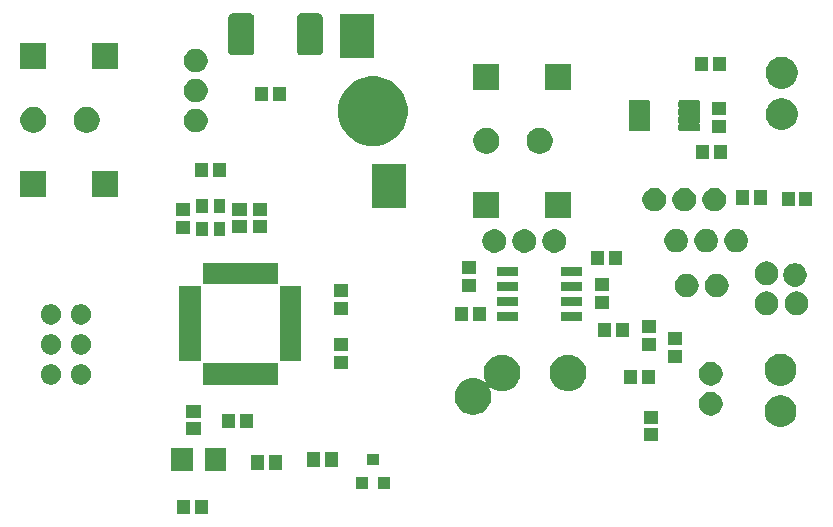
<source format=gts>
G04 #@! TF.GenerationSoftware,KiCad,Pcbnew,5.1.5-52549c5~86~ubuntu18.04.1*
G04 #@! TF.CreationDate,2020-09-23T21:30:46-07:00*
G04 #@! TF.ProjectId,heat2sound_rx_and_tx_rev02,68656174-3273-46f7-956e-645f72785f61,rev?*
G04 #@! TF.SameCoordinates,Original*
G04 #@! TF.FileFunction,Soldermask,Top*
G04 #@! TF.FilePolarity,Negative*
%FSLAX46Y46*%
G04 Gerber Fmt 4.6, Leading zero omitted, Abs format (unit mm)*
G04 Created by KiCad (PCBNEW 5.1.5-52549c5~86~ubuntu18.04.1) date 2020-09-23 21:30:46*
%MOMM*%
%LPD*%
G04 APERTURE LIST*
%ADD10C,0.100000*%
G04 APERTURE END LIST*
D10*
G36*
X96051420Y-141850380D02*
G01*
X94952260Y-141850380D01*
X94952260Y-140649620D01*
X96051420Y-140649620D01*
X96051420Y-141850380D01*
G37*
G36*
X94547740Y-141850380D02*
G01*
X93448580Y-141850380D01*
X93448580Y-140649620D01*
X94547740Y-140649620D01*
X94547740Y-141850380D01*
G37*
G36*
X111450050Y-139750050D02*
G01*
X110449950Y-139750050D01*
X110449950Y-138749950D01*
X111450050Y-138749950D01*
X111450050Y-139750050D01*
G37*
G36*
X109550050Y-139750050D02*
G01*
X108549950Y-139750050D01*
X108549950Y-138749950D01*
X109550050Y-138749950D01*
X109550050Y-139750050D01*
G37*
G36*
X97568690Y-138250430D02*
G01*
X95771030Y-138250430D01*
X95771030Y-136249570D01*
X97568690Y-136249570D01*
X97568690Y-138250430D01*
G37*
G36*
X94728970Y-138250430D02*
G01*
X92931310Y-138250430D01*
X92931310Y-136249570D01*
X94728970Y-136249570D01*
X94728970Y-138250430D01*
G37*
G36*
X102301420Y-138100380D02*
G01*
X101202260Y-138100380D01*
X101202260Y-136899620D01*
X102301420Y-136899620D01*
X102301420Y-138100380D01*
G37*
G36*
X100797740Y-138100380D02*
G01*
X99698580Y-138100380D01*
X99698580Y-136899620D01*
X100797740Y-136899620D01*
X100797740Y-138100380D01*
G37*
G36*
X107051420Y-137850380D02*
G01*
X105952260Y-137850380D01*
X105952260Y-136649620D01*
X107051420Y-136649620D01*
X107051420Y-137850380D01*
G37*
G36*
X105548160Y-137850000D02*
G01*
X104448160Y-137850000D01*
X104448160Y-136650000D01*
X105548160Y-136650000D01*
X105548160Y-137850000D01*
G37*
G36*
X110500050Y-137750050D02*
G01*
X109499950Y-137750050D01*
X109499950Y-136749950D01*
X110500050Y-136749950D01*
X110500050Y-137750050D01*
G37*
G36*
X134130380Y-135719580D02*
G01*
X132929620Y-135719580D01*
X132929620Y-134620420D01*
X134130380Y-134620420D01*
X134130380Y-135719580D01*
G37*
G36*
X95400380Y-135201420D02*
G01*
X94199620Y-135201420D01*
X94199620Y-134102260D01*
X95400380Y-134102260D01*
X95400380Y-135201420D01*
G37*
G36*
X99801420Y-134600380D02*
G01*
X98702260Y-134600380D01*
X98702260Y-133399620D01*
X99801420Y-133399620D01*
X99801420Y-134600380D01*
G37*
G36*
X98298160Y-134600000D02*
G01*
X97198160Y-134600000D01*
X97198160Y-133400000D01*
X98298160Y-133400000D01*
X98298160Y-134600000D01*
G37*
G36*
X144893779Y-131851939D02*
G01*
X145139463Y-131953705D01*
X145139465Y-131953706D01*
X145360575Y-132101447D01*
X145548613Y-132289485D01*
X145643616Y-132431667D01*
X145696355Y-132510597D01*
X145798121Y-132756281D01*
X145850000Y-133017095D01*
X145850000Y-133283025D01*
X145798121Y-133543839D01*
X145734199Y-133698160D01*
X145696354Y-133789525D01*
X145548613Y-134010635D01*
X145360575Y-134198673D01*
X145139465Y-134346414D01*
X145139464Y-134346415D01*
X145139463Y-134346415D01*
X144893779Y-134448181D01*
X144632965Y-134500060D01*
X144367035Y-134500060D01*
X144106221Y-134448181D01*
X143860537Y-134346415D01*
X143860536Y-134346415D01*
X143860535Y-134346414D01*
X143639425Y-134198673D01*
X143451387Y-134010635D01*
X143303646Y-133789525D01*
X143265801Y-133698160D01*
X143201879Y-133543839D01*
X143150000Y-133283025D01*
X143150000Y-133017095D01*
X143201879Y-132756281D01*
X143303645Y-132510597D01*
X143356384Y-132431667D01*
X143451387Y-132289485D01*
X143639425Y-132101447D01*
X143860535Y-131953706D01*
X143860537Y-131953705D01*
X144106221Y-131851939D01*
X144367035Y-131800060D01*
X144632965Y-131800060D01*
X144893779Y-131851939D01*
G37*
G36*
X134130000Y-134216320D02*
G01*
X132930000Y-134216320D01*
X132930000Y-133116320D01*
X134130000Y-133116320D01*
X134130000Y-134216320D01*
G37*
G36*
X95400000Y-133698160D02*
G01*
X94200000Y-133698160D01*
X94200000Y-132598160D01*
X95400000Y-132598160D01*
X95400000Y-133698160D01*
G37*
G36*
X138795090Y-131549375D02*
G01*
X138891689Y-131568589D01*
X139073678Y-131643971D01*
X139237463Y-131753409D01*
X139376751Y-131892697D01*
X139486189Y-132056482D01*
X139561571Y-132238471D01*
X139580786Y-132335070D01*
X139600000Y-132431667D01*
X139600000Y-132628653D01*
X139596907Y-132644200D01*
X139561571Y-132821849D01*
X139486189Y-133003838D01*
X139376751Y-133167623D01*
X139237463Y-133306911D01*
X139073678Y-133416349D01*
X138891689Y-133491731D01*
X138795090Y-133510945D01*
X138698493Y-133530160D01*
X138501507Y-133530160D01*
X138404910Y-133510945D01*
X138308311Y-133491731D01*
X138126322Y-133416349D01*
X137962537Y-133306911D01*
X137823249Y-133167623D01*
X137713811Y-133003838D01*
X137638429Y-132821849D01*
X137603093Y-132644200D01*
X137600000Y-132628653D01*
X137600000Y-132431667D01*
X137619214Y-132335070D01*
X137638429Y-132238471D01*
X137713811Y-132056482D01*
X137823249Y-131892697D01*
X137962537Y-131753409D01*
X138126322Y-131643971D01*
X138308311Y-131568589D01*
X138404910Y-131549375D01*
X138501507Y-131530160D01*
X138698493Y-131530160D01*
X138795090Y-131549375D01*
G37*
G36*
X121222390Y-128389782D02*
G01*
X121372118Y-128419565D01*
X121454249Y-128453585D01*
X121654199Y-128536407D01*
X121654200Y-128536408D01*
X121908068Y-128706036D01*
X122123964Y-128921932D01*
X122123965Y-128921934D01*
X122293593Y-129175801D01*
X122326879Y-129256161D01*
X122410435Y-129457882D01*
X122422189Y-129516975D01*
X122445008Y-129631691D01*
X122470000Y-129757338D01*
X122470000Y-130062662D01*
X122410435Y-130362118D01*
X122374733Y-130448309D01*
X122293593Y-130644199D01*
X122252275Y-130706036D01*
X122123964Y-130898068D01*
X121908068Y-131113964D01*
X121815523Y-131175800D01*
X121654199Y-131283593D01*
X121488960Y-131352037D01*
X121372118Y-131400435D01*
X121222390Y-131430218D01*
X121072663Y-131460000D01*
X120767337Y-131460000D01*
X120617610Y-131430218D01*
X120467882Y-131400435D01*
X120351040Y-131352037D01*
X120185801Y-131283593D01*
X120024477Y-131175800D01*
X119931932Y-131113964D01*
X119900145Y-131082177D01*
X119892574Y-131075964D01*
X119883930Y-131071344D01*
X119874550Y-131068499D01*
X119864796Y-131067538D01*
X119855042Y-131068499D01*
X119845662Y-131071344D01*
X119837018Y-131075964D01*
X119829441Y-131082182D01*
X119823223Y-131089759D01*
X119818603Y-131098403D01*
X119815758Y-131107783D01*
X119814797Y-131117537D01*
X119815758Y-131127291D01*
X119818603Y-131136671D01*
X119823223Y-131145315D01*
X119843593Y-131175801D01*
X119888241Y-131283592D01*
X119936640Y-131400435D01*
X119960435Y-131457883D01*
X120020000Y-131757337D01*
X120020000Y-132062663D01*
X120012285Y-132101447D01*
X119960435Y-132362118D01*
X119931626Y-132431669D01*
X119843593Y-132644199D01*
X119843592Y-132644200D01*
X119673964Y-132898068D01*
X119458068Y-133113964D01*
X119377764Y-133167621D01*
X119204199Y-133283593D01*
X119038960Y-133352037D01*
X118922118Y-133400435D01*
X118842112Y-133416349D01*
X118622663Y-133460000D01*
X118317337Y-133460000D01*
X118097888Y-133416349D01*
X118017882Y-133400435D01*
X117901040Y-133352037D01*
X117735801Y-133283593D01*
X117562236Y-133167621D01*
X117481932Y-133113964D01*
X117266036Y-132898068D01*
X117096408Y-132644200D01*
X117096407Y-132644199D01*
X117008374Y-132431669D01*
X116979565Y-132362118D01*
X116927715Y-132101447D01*
X116920000Y-132062663D01*
X116920000Y-131757337D01*
X116979565Y-131457883D01*
X117003361Y-131400435D01*
X117051759Y-131283592D01*
X117096407Y-131175801D01*
X117246125Y-130951731D01*
X117266036Y-130921932D01*
X117481932Y-130706036D01*
X117656352Y-130589493D01*
X117735801Y-130536407D01*
X117948486Y-130448310D01*
X118017882Y-130419565D01*
X118167610Y-130389782D01*
X118317337Y-130360000D01*
X118622663Y-130360000D01*
X118772390Y-130389782D01*
X118922118Y-130419565D01*
X118991514Y-130448310D01*
X119204199Y-130536407D01*
X119283648Y-130589493D01*
X119458068Y-130706036D01*
X119489855Y-130737823D01*
X119497426Y-130744036D01*
X119506070Y-130748656D01*
X119515450Y-130751501D01*
X119525204Y-130752462D01*
X119534958Y-130751501D01*
X119544338Y-130748656D01*
X119552982Y-130744036D01*
X119560559Y-130737818D01*
X119566777Y-130730241D01*
X119571397Y-130721597D01*
X119574242Y-130712217D01*
X119575203Y-130702463D01*
X119574242Y-130692709D01*
X119571397Y-130683329D01*
X119566777Y-130674685D01*
X119546407Y-130644199D01*
X119465267Y-130448309D01*
X119429565Y-130362118D01*
X119370000Y-130062662D01*
X119370000Y-129757338D01*
X119394993Y-129631691D01*
X119417811Y-129516975D01*
X119429565Y-129457882D01*
X119513121Y-129256161D01*
X119546407Y-129175801D01*
X119716035Y-128921934D01*
X119716036Y-128921932D01*
X119931932Y-128706036D01*
X120185800Y-128536408D01*
X120185801Y-128536407D01*
X120385751Y-128453585D01*
X120467882Y-128419565D01*
X120617610Y-128389782D01*
X120767337Y-128360000D01*
X121072663Y-128360000D01*
X121222390Y-128389782D01*
G37*
G36*
X126822390Y-128389782D02*
G01*
X126972118Y-128419565D01*
X127054249Y-128453585D01*
X127254199Y-128536407D01*
X127254200Y-128536408D01*
X127508068Y-128706036D01*
X127723964Y-128921932D01*
X127723965Y-128921934D01*
X127893593Y-129175801D01*
X127926879Y-129256161D01*
X128010435Y-129457882D01*
X128022189Y-129516975D01*
X128045008Y-129631691D01*
X128070000Y-129757338D01*
X128070000Y-130062662D01*
X128010435Y-130362118D01*
X127974733Y-130448309D01*
X127893593Y-130644199D01*
X127852275Y-130706036D01*
X127723964Y-130898068D01*
X127508068Y-131113964D01*
X127415523Y-131175800D01*
X127254199Y-131283593D01*
X127088960Y-131352037D01*
X126972118Y-131400435D01*
X126822390Y-131430218D01*
X126672663Y-131460000D01*
X126367337Y-131460000D01*
X126217610Y-131430218D01*
X126067882Y-131400435D01*
X125951040Y-131352037D01*
X125785801Y-131283593D01*
X125624477Y-131175800D01*
X125531932Y-131113964D01*
X125316036Y-130898068D01*
X125187725Y-130706036D01*
X125146407Y-130644199D01*
X125065267Y-130448309D01*
X125029565Y-130362118D01*
X124970000Y-130062662D01*
X124970000Y-129757338D01*
X124994993Y-129631691D01*
X125017811Y-129516975D01*
X125029565Y-129457882D01*
X125113121Y-129256161D01*
X125146407Y-129175801D01*
X125316035Y-128921934D01*
X125316036Y-128921932D01*
X125531932Y-128706036D01*
X125785800Y-128536408D01*
X125785801Y-128536407D01*
X125985751Y-128453585D01*
X126067882Y-128419565D01*
X126217610Y-128389782D01*
X126367337Y-128360000D01*
X126672663Y-128360000D01*
X126822390Y-128389782D01*
G37*
G36*
X144893779Y-128351819D02*
G01*
X145139463Y-128453585D01*
X145139465Y-128453586D01*
X145360575Y-128601327D01*
X145548613Y-128789365D01*
X145639241Y-128925000D01*
X145696355Y-129010477D01*
X145798121Y-129256161D01*
X145850000Y-129516975D01*
X145850000Y-129782905D01*
X145798121Y-130043719D01*
X145764494Y-130124901D01*
X145696354Y-130289405D01*
X145548613Y-130510515D01*
X145360575Y-130698553D01*
X145139465Y-130846294D01*
X145139464Y-130846295D01*
X145139463Y-130846295D01*
X144893779Y-130948061D01*
X144632965Y-130999940D01*
X144367035Y-130999940D01*
X144106221Y-130948061D01*
X143860537Y-130846295D01*
X143860536Y-130846295D01*
X143860535Y-130846294D01*
X143639425Y-130698553D01*
X143451387Y-130510515D01*
X143303646Y-130289405D01*
X143235506Y-130124901D01*
X143201879Y-130043719D01*
X143150000Y-129782905D01*
X143150000Y-129516975D01*
X143201879Y-129256161D01*
X143303645Y-129010477D01*
X143360759Y-128925000D01*
X143451387Y-128789365D01*
X143639425Y-128601327D01*
X143860535Y-128453586D01*
X143860537Y-128453585D01*
X144106221Y-128351819D01*
X144367035Y-128299940D01*
X144632965Y-128299940D01*
X144893779Y-128351819D01*
G37*
G36*
X138795090Y-129009374D02*
G01*
X138891689Y-129028589D01*
X139073678Y-129103971D01*
X139237463Y-129213409D01*
X139376751Y-129352697D01*
X139486189Y-129516482D01*
X139561571Y-129698471D01*
X139600000Y-129891669D01*
X139600000Y-130088651D01*
X139561571Y-130281849D01*
X139486189Y-130463838D01*
X139376751Y-130627623D01*
X139237463Y-130766911D01*
X139073678Y-130876349D01*
X138891689Y-130951731D01*
X138795090Y-130970945D01*
X138698493Y-130990160D01*
X138501507Y-130990160D01*
X138404910Y-130970945D01*
X138308311Y-130951731D01*
X138126322Y-130876349D01*
X137962537Y-130766911D01*
X137823249Y-130627623D01*
X137713811Y-130463838D01*
X137638429Y-130281849D01*
X137600000Y-130088651D01*
X137600000Y-129891669D01*
X137638429Y-129698471D01*
X137713811Y-129516482D01*
X137823249Y-129352697D01*
X137962537Y-129213409D01*
X138126322Y-129103971D01*
X138308311Y-129028589D01*
X138404910Y-129009374D01*
X138501507Y-128990160D01*
X138698493Y-128990160D01*
X138795090Y-129009374D01*
G37*
G36*
X85521434Y-129211125D02*
G01*
X85521437Y-129211126D01*
X85521436Y-129211126D01*
X85678310Y-129276105D01*
X85772645Y-129339138D01*
X85819492Y-129370440D01*
X85939560Y-129490508D01*
X85957246Y-129516977D01*
X86033895Y-129631690D01*
X86061556Y-129698471D01*
X86098875Y-129788566D01*
X86132000Y-129955099D01*
X86132000Y-130124901D01*
X86098875Y-130291434D01*
X86098874Y-130291436D01*
X86033895Y-130448310D01*
X85975030Y-130536407D01*
X85939560Y-130589492D01*
X85819492Y-130709560D01*
X85777201Y-130737818D01*
X85678310Y-130803895D01*
X85575949Y-130846294D01*
X85521434Y-130868875D01*
X85354901Y-130902000D01*
X85185099Y-130902000D01*
X85018566Y-130868875D01*
X84964051Y-130846294D01*
X84861690Y-130803895D01*
X84762799Y-130737818D01*
X84720508Y-130709560D01*
X84600440Y-130589492D01*
X84564970Y-130536407D01*
X84506105Y-130448310D01*
X84441126Y-130291436D01*
X84441125Y-130291434D01*
X84408000Y-130124901D01*
X84408000Y-129955099D01*
X84441125Y-129788566D01*
X84478444Y-129698471D01*
X84506105Y-129631690D01*
X84582754Y-129516977D01*
X84600440Y-129490508D01*
X84720508Y-129370440D01*
X84767355Y-129339138D01*
X84861690Y-129276105D01*
X85018564Y-129211126D01*
X85018563Y-129211126D01*
X85018566Y-129211125D01*
X85185099Y-129178000D01*
X85354901Y-129178000D01*
X85521434Y-129211125D01*
G37*
G36*
X82981434Y-129211125D02*
G01*
X82981437Y-129211126D01*
X82981436Y-129211126D01*
X83138310Y-129276105D01*
X83232645Y-129339138D01*
X83279492Y-129370440D01*
X83399560Y-129490508D01*
X83417246Y-129516977D01*
X83493895Y-129631690D01*
X83521556Y-129698471D01*
X83558875Y-129788566D01*
X83592000Y-129955099D01*
X83592000Y-130124901D01*
X83558875Y-130291434D01*
X83558874Y-130291436D01*
X83493895Y-130448310D01*
X83435030Y-130536407D01*
X83399560Y-130589492D01*
X83279492Y-130709560D01*
X83237201Y-130737818D01*
X83138310Y-130803895D01*
X83035949Y-130846294D01*
X82981434Y-130868875D01*
X82814901Y-130902000D01*
X82645099Y-130902000D01*
X82478566Y-130868875D01*
X82424051Y-130846294D01*
X82321690Y-130803895D01*
X82222799Y-130737818D01*
X82180508Y-130709560D01*
X82060440Y-130589492D01*
X82024970Y-130536407D01*
X81966105Y-130448310D01*
X81901126Y-130291436D01*
X81901125Y-130291434D01*
X81868000Y-130124901D01*
X81868000Y-129955099D01*
X81901125Y-129788566D01*
X81938444Y-129698471D01*
X81966105Y-129631690D01*
X82042754Y-129516977D01*
X82060440Y-129490508D01*
X82180508Y-129370440D01*
X82227355Y-129339138D01*
X82321690Y-129276105D01*
X82478564Y-129211126D01*
X82478563Y-129211126D01*
X82478566Y-129211125D01*
X82645099Y-129178000D01*
X82814901Y-129178000D01*
X82981434Y-129211125D01*
G37*
G36*
X101925000Y-130900000D02*
G01*
X95575000Y-130900000D01*
X95575000Y-129100000D01*
X101925000Y-129100000D01*
X101925000Y-130900000D01*
G37*
G36*
X133843260Y-130850380D02*
G01*
X132744100Y-130850380D01*
X132744100Y-129649620D01*
X133843260Y-129649620D01*
X133843260Y-130850380D01*
G37*
G36*
X132339580Y-130850380D02*
G01*
X131240420Y-130850380D01*
X131240420Y-129649620D01*
X132339580Y-129649620D01*
X132339580Y-130850380D01*
G37*
G36*
X107900380Y-129601420D02*
G01*
X106699620Y-129601420D01*
X106699620Y-128502260D01*
X107900380Y-128502260D01*
X107900380Y-129601420D01*
G37*
G36*
X136200380Y-129049580D02*
G01*
X134999620Y-129049580D01*
X134999620Y-127950420D01*
X136200380Y-127950420D01*
X136200380Y-129049580D01*
G37*
G36*
X95400000Y-128925000D02*
G01*
X93600000Y-128925000D01*
X93600000Y-122575000D01*
X95400000Y-122575000D01*
X95400000Y-128925000D01*
G37*
G36*
X103900000Y-128925000D02*
G01*
X102100000Y-128925000D01*
X102100000Y-122575000D01*
X103900000Y-122575000D01*
X103900000Y-128925000D01*
G37*
G36*
X85521434Y-126671125D02*
G01*
X85521437Y-126671126D01*
X85521436Y-126671126D01*
X85678310Y-126736105D01*
X85819493Y-126830441D01*
X85939559Y-126950507D01*
X86033895Y-127091690D01*
X86033895Y-127091691D01*
X86098875Y-127248566D01*
X86132000Y-127415099D01*
X86132000Y-127584901D01*
X86098875Y-127751434D01*
X86098874Y-127751436D01*
X86033895Y-127908310D01*
X85939559Y-128049493D01*
X85819493Y-128169559D01*
X85678310Y-128263895D01*
X85591289Y-128299940D01*
X85521434Y-128328875D01*
X85354901Y-128362000D01*
X85185099Y-128362000D01*
X85018566Y-128328875D01*
X84948711Y-128299940D01*
X84861690Y-128263895D01*
X84720507Y-128169559D01*
X84600441Y-128049493D01*
X84506105Y-127908310D01*
X84441126Y-127751436D01*
X84441125Y-127751434D01*
X84408000Y-127584901D01*
X84408000Y-127415099D01*
X84441125Y-127248566D01*
X84506105Y-127091691D01*
X84506105Y-127091690D01*
X84600441Y-126950507D01*
X84720507Y-126830441D01*
X84861690Y-126736105D01*
X85018564Y-126671126D01*
X85018563Y-126671126D01*
X85018566Y-126671125D01*
X85185099Y-126638000D01*
X85354901Y-126638000D01*
X85521434Y-126671125D01*
G37*
G36*
X82981434Y-126671125D02*
G01*
X82981437Y-126671126D01*
X82981436Y-126671126D01*
X83138310Y-126736105D01*
X83279493Y-126830441D01*
X83399559Y-126950507D01*
X83493895Y-127091690D01*
X83493895Y-127091691D01*
X83558875Y-127248566D01*
X83592000Y-127415099D01*
X83592000Y-127584901D01*
X83558875Y-127751434D01*
X83558874Y-127751436D01*
X83493895Y-127908310D01*
X83399559Y-128049493D01*
X83279493Y-128169559D01*
X83138310Y-128263895D01*
X83051289Y-128299940D01*
X82981434Y-128328875D01*
X82814901Y-128362000D01*
X82645099Y-128362000D01*
X82478566Y-128328875D01*
X82408711Y-128299940D01*
X82321690Y-128263895D01*
X82180507Y-128169559D01*
X82060441Y-128049493D01*
X81966105Y-127908310D01*
X81901126Y-127751436D01*
X81901125Y-127751434D01*
X81868000Y-127584901D01*
X81868000Y-127415099D01*
X81901125Y-127248566D01*
X81966105Y-127091691D01*
X81966105Y-127091690D01*
X82060441Y-126950507D01*
X82180507Y-126830441D01*
X82321690Y-126736105D01*
X82478564Y-126671126D01*
X82478563Y-126671126D01*
X82478566Y-126671125D01*
X82645099Y-126638000D01*
X82814901Y-126638000D01*
X82981434Y-126671125D01*
G37*
G36*
X107900380Y-128097740D02*
G01*
X106699620Y-128097740D01*
X106699620Y-126998580D01*
X107900380Y-126998580D01*
X107900380Y-128097740D01*
G37*
G36*
X133950000Y-128051840D02*
G01*
X132750000Y-128051840D01*
X132750000Y-126951840D01*
X133950000Y-126951840D01*
X133950000Y-128051840D01*
G37*
G36*
X136200380Y-127545900D02*
G01*
X134999620Y-127545900D01*
X134999620Y-126446740D01*
X136200380Y-126446740D01*
X136200380Y-127545900D01*
G37*
G36*
X131651420Y-126850380D02*
G01*
X130552260Y-126850380D01*
X130552260Y-125649620D01*
X131651420Y-125649620D01*
X131651420Y-126850380D01*
G37*
G36*
X130147740Y-126850380D02*
G01*
X129048580Y-126850380D01*
X129048580Y-125649620D01*
X130147740Y-125649620D01*
X130147740Y-126850380D01*
G37*
G36*
X133950380Y-126547740D02*
G01*
X132749620Y-126547740D01*
X132749620Y-125448580D01*
X133950380Y-125448580D01*
X133950380Y-126547740D01*
G37*
G36*
X82981434Y-124131125D02*
G01*
X82981437Y-124131126D01*
X82981436Y-124131126D01*
X83138310Y-124196105D01*
X83279493Y-124290441D01*
X83399559Y-124410507D01*
X83493895Y-124551690D01*
X83493895Y-124551691D01*
X83558875Y-124708566D01*
X83592000Y-124875099D01*
X83592000Y-125044901D01*
X83558875Y-125211434D01*
X83558874Y-125211436D01*
X83493895Y-125368310D01*
X83399559Y-125509493D01*
X83279493Y-125629559D01*
X83138310Y-125723895D01*
X83027383Y-125769842D01*
X82981434Y-125788875D01*
X82814901Y-125822000D01*
X82645099Y-125822000D01*
X82478566Y-125788875D01*
X82432617Y-125769842D01*
X82321690Y-125723895D01*
X82180507Y-125629559D01*
X82060441Y-125509493D01*
X81966105Y-125368310D01*
X81901126Y-125211436D01*
X81901125Y-125211434D01*
X81868000Y-125044901D01*
X81868000Y-124875099D01*
X81901125Y-124708566D01*
X81966105Y-124551691D01*
X81966105Y-124551690D01*
X82060441Y-124410507D01*
X82180507Y-124290441D01*
X82321690Y-124196105D01*
X82478564Y-124131126D01*
X82478563Y-124131126D01*
X82478566Y-124131125D01*
X82645099Y-124098000D01*
X82814901Y-124098000D01*
X82981434Y-124131125D01*
G37*
G36*
X85521434Y-124131125D02*
G01*
X85521437Y-124131126D01*
X85521436Y-124131126D01*
X85678310Y-124196105D01*
X85819493Y-124290441D01*
X85939559Y-124410507D01*
X86033895Y-124551690D01*
X86033895Y-124551691D01*
X86098875Y-124708566D01*
X86132000Y-124875099D01*
X86132000Y-125044901D01*
X86098875Y-125211434D01*
X86098874Y-125211436D01*
X86033895Y-125368310D01*
X85939559Y-125509493D01*
X85819493Y-125629559D01*
X85678310Y-125723895D01*
X85567383Y-125769842D01*
X85521434Y-125788875D01*
X85354901Y-125822000D01*
X85185099Y-125822000D01*
X85018566Y-125788875D01*
X84972617Y-125769842D01*
X84861690Y-125723895D01*
X84720507Y-125629559D01*
X84600441Y-125509493D01*
X84506105Y-125368310D01*
X84441126Y-125211436D01*
X84441125Y-125211434D01*
X84408000Y-125044901D01*
X84408000Y-124875099D01*
X84441125Y-124708566D01*
X84506105Y-124551691D01*
X84506105Y-124551690D01*
X84600441Y-124410507D01*
X84720507Y-124290441D01*
X84861690Y-124196105D01*
X85018564Y-124131126D01*
X85018563Y-124131126D01*
X85018566Y-124131125D01*
X85185099Y-124098000D01*
X85354901Y-124098000D01*
X85521434Y-124131125D01*
G37*
G36*
X127675000Y-125555000D02*
G01*
X125925000Y-125555000D01*
X125925000Y-124755000D01*
X127675000Y-124755000D01*
X127675000Y-125555000D01*
G37*
G36*
X122275000Y-125555000D02*
G01*
X120525000Y-125555000D01*
X120525000Y-124755000D01*
X122275000Y-124755000D01*
X122275000Y-125555000D01*
G37*
G36*
X119571420Y-125530380D02*
G01*
X118472260Y-125530380D01*
X118472260Y-124329620D01*
X119571420Y-124329620D01*
X119571420Y-125530380D01*
G37*
G36*
X118067740Y-125530380D02*
G01*
X116968580Y-125530380D01*
X116968580Y-124329620D01*
X118067740Y-124329620D01*
X118067740Y-125530380D01*
G37*
G36*
X143525090Y-123039214D02*
G01*
X143621689Y-123058429D01*
X143803678Y-123133811D01*
X143967463Y-123243249D01*
X144106751Y-123382537D01*
X144216189Y-123546322D01*
X144291571Y-123728311D01*
X144291571Y-123728313D01*
X144330000Y-123921507D01*
X144330000Y-124118493D01*
X144327487Y-124131125D01*
X144291571Y-124311689D01*
X144216189Y-124493678D01*
X144106751Y-124657463D01*
X143967463Y-124796751D01*
X143803678Y-124906189D01*
X143621689Y-124981571D01*
X143525090Y-125000786D01*
X143428493Y-125020000D01*
X143231507Y-125020000D01*
X143134910Y-125000786D01*
X143038311Y-124981571D01*
X142856322Y-124906189D01*
X142692537Y-124796751D01*
X142553249Y-124657463D01*
X142443811Y-124493678D01*
X142368429Y-124311689D01*
X142332513Y-124131125D01*
X142330000Y-124118493D01*
X142330000Y-123921507D01*
X142368429Y-123728313D01*
X142368429Y-123728311D01*
X142443811Y-123546322D01*
X142553249Y-123382537D01*
X142692537Y-123243249D01*
X142856322Y-123133811D01*
X143038311Y-123058429D01*
X143134910Y-123039214D01*
X143231507Y-123020000D01*
X143428493Y-123020000D01*
X143525090Y-123039214D01*
G37*
G36*
X146065090Y-123039214D02*
G01*
X146161689Y-123058429D01*
X146343678Y-123133811D01*
X146507463Y-123243249D01*
X146646751Y-123382537D01*
X146756189Y-123546322D01*
X146831571Y-123728311D01*
X146831571Y-123728313D01*
X146870000Y-123921507D01*
X146870000Y-124118493D01*
X146867487Y-124131125D01*
X146831571Y-124311689D01*
X146756189Y-124493678D01*
X146646751Y-124657463D01*
X146507463Y-124796751D01*
X146343678Y-124906189D01*
X146161689Y-124981571D01*
X146065090Y-125000786D01*
X145968493Y-125020000D01*
X145771507Y-125020000D01*
X145674910Y-125000786D01*
X145578311Y-124981571D01*
X145396322Y-124906189D01*
X145232537Y-124796751D01*
X145093249Y-124657463D01*
X144983811Y-124493678D01*
X144908429Y-124311689D01*
X144872513Y-124131125D01*
X144870000Y-124118493D01*
X144870000Y-123921507D01*
X144908429Y-123728313D01*
X144908429Y-123728311D01*
X144983811Y-123546322D01*
X145093249Y-123382537D01*
X145232537Y-123243249D01*
X145396322Y-123133811D01*
X145578311Y-123058429D01*
X145674910Y-123039214D01*
X145771507Y-123020000D01*
X145968493Y-123020000D01*
X146065090Y-123039214D01*
G37*
G36*
X107900380Y-125001420D02*
G01*
X106699620Y-125001420D01*
X106699620Y-123902260D01*
X107900380Y-123902260D01*
X107900380Y-125001420D01*
G37*
G36*
X129975380Y-124476420D02*
G01*
X128774620Y-124476420D01*
X128774620Y-123377260D01*
X129975380Y-123377260D01*
X129975380Y-124476420D01*
G37*
G36*
X127675000Y-124285000D02*
G01*
X125925000Y-124285000D01*
X125925000Y-123485000D01*
X127675000Y-123485000D01*
X127675000Y-124285000D01*
G37*
G36*
X122275000Y-124285000D02*
G01*
X120525000Y-124285000D01*
X120525000Y-123485000D01*
X122275000Y-123485000D01*
X122275000Y-124285000D01*
G37*
G36*
X136764930Y-121519215D02*
G01*
X136861529Y-121538429D01*
X137043518Y-121613811D01*
X137207303Y-121723249D01*
X137346591Y-121862537D01*
X137456029Y-122026322D01*
X137531411Y-122208311D01*
X137550625Y-122304910D01*
X137569491Y-122399751D01*
X137569840Y-122401509D01*
X137569840Y-122598491D01*
X137531411Y-122791689D01*
X137456029Y-122973678D01*
X137346591Y-123137463D01*
X137207303Y-123276751D01*
X137043518Y-123386189D01*
X136861529Y-123461571D01*
X136764930Y-123480786D01*
X136668333Y-123500000D01*
X136471347Y-123500000D01*
X136374750Y-123480786D01*
X136278151Y-123461571D01*
X136096162Y-123386189D01*
X135932377Y-123276751D01*
X135793089Y-123137463D01*
X135683651Y-122973678D01*
X135608269Y-122791689D01*
X135569840Y-122598491D01*
X135569840Y-122401509D01*
X135570190Y-122399751D01*
X135589055Y-122304910D01*
X135608269Y-122208311D01*
X135683651Y-122026322D01*
X135793089Y-121862537D01*
X135932377Y-121723249D01*
X136096162Y-121613811D01*
X136278151Y-121538429D01*
X136374750Y-121519215D01*
X136471347Y-121500000D01*
X136668333Y-121500000D01*
X136764930Y-121519215D01*
G37*
G36*
X139304930Y-121519215D02*
G01*
X139401529Y-121538429D01*
X139583518Y-121613811D01*
X139747303Y-121723249D01*
X139886591Y-121862537D01*
X139996029Y-122026322D01*
X140071411Y-122208311D01*
X140090625Y-122304910D01*
X140109491Y-122399751D01*
X140109840Y-122401509D01*
X140109840Y-122598491D01*
X140071411Y-122791689D01*
X139996029Y-122973678D01*
X139886591Y-123137463D01*
X139747303Y-123276751D01*
X139583518Y-123386189D01*
X139401529Y-123461571D01*
X139304930Y-123480786D01*
X139208333Y-123500000D01*
X139011347Y-123500000D01*
X138914750Y-123480786D01*
X138818151Y-123461571D01*
X138636162Y-123386189D01*
X138472377Y-123276751D01*
X138333089Y-123137463D01*
X138223651Y-122973678D01*
X138148269Y-122791689D01*
X138109840Y-122598491D01*
X138109840Y-122401509D01*
X138110190Y-122399751D01*
X138129055Y-122304910D01*
X138148269Y-122208311D01*
X138223651Y-122026322D01*
X138333089Y-121862537D01*
X138472377Y-121723249D01*
X138636162Y-121613811D01*
X138818151Y-121538429D01*
X138914750Y-121519215D01*
X139011347Y-121500000D01*
X139208333Y-121500000D01*
X139304930Y-121519215D01*
G37*
G36*
X107900380Y-123497740D02*
G01*
X106699620Y-123497740D01*
X106699620Y-122398580D01*
X107900380Y-122398580D01*
X107900380Y-123497740D01*
G37*
G36*
X118700380Y-123051420D02*
G01*
X117499620Y-123051420D01*
X117499620Y-121952260D01*
X118700380Y-121952260D01*
X118700380Y-123051420D01*
G37*
G36*
X127675000Y-123015000D02*
G01*
X125925000Y-123015000D01*
X125925000Y-122215000D01*
X127675000Y-122215000D01*
X127675000Y-123015000D01*
G37*
G36*
X122275000Y-123015000D02*
G01*
X120525000Y-123015000D01*
X120525000Y-122215000D01*
X122275000Y-122215000D01*
X122275000Y-123015000D01*
G37*
G36*
X129975380Y-122972740D02*
G01*
X128774620Y-122972740D01*
X128774620Y-121873580D01*
X129975380Y-121873580D01*
X129975380Y-122972740D01*
G37*
G36*
X145922090Y-120642215D02*
G01*
X146018689Y-120661429D01*
X146200678Y-120736811D01*
X146364463Y-120846249D01*
X146503751Y-120985537D01*
X146613189Y-121149322D01*
X146688571Y-121331311D01*
X146688571Y-121331313D01*
X146727000Y-121524507D01*
X146727000Y-121721493D01*
X146722324Y-121745000D01*
X146688571Y-121914689D01*
X146613189Y-122096678D01*
X146503751Y-122260463D01*
X146364463Y-122399751D01*
X146200678Y-122509189D01*
X146018689Y-122584571D01*
X145922090Y-122603785D01*
X145825493Y-122623000D01*
X145628507Y-122623000D01*
X145531910Y-122603785D01*
X145435311Y-122584571D01*
X145253322Y-122509189D01*
X145089537Y-122399751D01*
X144950249Y-122260463D01*
X144840811Y-122096678D01*
X144765429Y-121914689D01*
X144731676Y-121745000D01*
X144727000Y-121721493D01*
X144727000Y-121524507D01*
X144765429Y-121331313D01*
X144765429Y-121331311D01*
X144840811Y-121149322D01*
X144950249Y-120985537D01*
X145089537Y-120846249D01*
X145253322Y-120736811D01*
X145435311Y-120661429D01*
X145531910Y-120642215D01*
X145628507Y-120623000D01*
X145825493Y-120623000D01*
X145922090Y-120642215D01*
G37*
G36*
X143525090Y-120499214D02*
G01*
X143621689Y-120518429D01*
X143803678Y-120593811D01*
X143967463Y-120703249D01*
X144106751Y-120842537D01*
X144216189Y-121006322D01*
X144291571Y-121188311D01*
X144330000Y-121381509D01*
X144330000Y-121578491D01*
X144291571Y-121771689D01*
X144216189Y-121953678D01*
X144106751Y-122117463D01*
X143967463Y-122256751D01*
X143803678Y-122366189D01*
X143621689Y-122441571D01*
X143525090Y-122460786D01*
X143428493Y-122480000D01*
X143231507Y-122480000D01*
X143134910Y-122460786D01*
X143038311Y-122441571D01*
X142856322Y-122366189D01*
X142692537Y-122256751D01*
X142553249Y-122117463D01*
X142443811Y-121953678D01*
X142368429Y-121771689D01*
X142330000Y-121578491D01*
X142330000Y-121381509D01*
X142368429Y-121188311D01*
X142443811Y-121006322D01*
X142553249Y-120842537D01*
X142692537Y-120703249D01*
X142856322Y-120593811D01*
X143038311Y-120518429D01*
X143134910Y-120499214D01*
X143231507Y-120480000D01*
X143428493Y-120480000D01*
X143525090Y-120499214D01*
G37*
G36*
X101925000Y-122400000D02*
G01*
X95575000Y-122400000D01*
X95575000Y-120600000D01*
X101925000Y-120600000D01*
X101925000Y-122400000D01*
G37*
G36*
X122275000Y-121745000D02*
G01*
X120525000Y-121745000D01*
X120525000Y-120945000D01*
X122275000Y-120945000D01*
X122275000Y-121745000D01*
G37*
G36*
X127675000Y-121745000D02*
G01*
X125925000Y-121745000D01*
X125925000Y-120945000D01*
X127675000Y-120945000D01*
X127675000Y-121745000D01*
G37*
G36*
X118700380Y-121547740D02*
G01*
X117499620Y-121547740D01*
X117499620Y-120448580D01*
X118700380Y-120448580D01*
X118700380Y-121547740D01*
G37*
G36*
X131051420Y-120800380D02*
G01*
X129952260Y-120800380D01*
X129952260Y-119599620D01*
X131051420Y-119599620D01*
X131051420Y-120800380D01*
G37*
G36*
X129548160Y-120800000D02*
G01*
X128448160Y-120800000D01*
X128448160Y-119600000D01*
X129548160Y-119600000D01*
X129548160Y-120800000D01*
G37*
G36*
X120455090Y-117769215D02*
G01*
X120551689Y-117788429D01*
X120733678Y-117863811D01*
X120897463Y-117973249D01*
X121036751Y-118112537D01*
X121146189Y-118276322D01*
X121221571Y-118458311D01*
X121260000Y-118651509D01*
X121260000Y-118848491D01*
X121221571Y-119041689D01*
X121146189Y-119223678D01*
X121036751Y-119387463D01*
X120897463Y-119526751D01*
X120733678Y-119636189D01*
X120551689Y-119711571D01*
X120455090Y-119730785D01*
X120358493Y-119750000D01*
X120161507Y-119750000D01*
X120064910Y-119730785D01*
X119968311Y-119711571D01*
X119786322Y-119636189D01*
X119622537Y-119526751D01*
X119483249Y-119387463D01*
X119373811Y-119223678D01*
X119298429Y-119041689D01*
X119260000Y-118848491D01*
X119260000Y-118651509D01*
X119298429Y-118458311D01*
X119373811Y-118276322D01*
X119483249Y-118112537D01*
X119622537Y-117973249D01*
X119786322Y-117863811D01*
X119968311Y-117788429D01*
X120064910Y-117769215D01*
X120161507Y-117750000D01*
X120358493Y-117750000D01*
X120455090Y-117769215D01*
G37*
G36*
X122995090Y-117769215D02*
G01*
X123091689Y-117788429D01*
X123273678Y-117863811D01*
X123437463Y-117973249D01*
X123576751Y-118112537D01*
X123686189Y-118276322D01*
X123761571Y-118458311D01*
X123800000Y-118651509D01*
X123800000Y-118848491D01*
X123761571Y-119041689D01*
X123686189Y-119223678D01*
X123576751Y-119387463D01*
X123437463Y-119526751D01*
X123273678Y-119636189D01*
X123091689Y-119711571D01*
X122995090Y-119730785D01*
X122898493Y-119750000D01*
X122701507Y-119750000D01*
X122604910Y-119730785D01*
X122508311Y-119711571D01*
X122326322Y-119636189D01*
X122162537Y-119526751D01*
X122023249Y-119387463D01*
X121913811Y-119223678D01*
X121838429Y-119041689D01*
X121800000Y-118848491D01*
X121800000Y-118651509D01*
X121838429Y-118458311D01*
X121913811Y-118276322D01*
X122023249Y-118112537D01*
X122162537Y-117973249D01*
X122326322Y-117863811D01*
X122508311Y-117788429D01*
X122604910Y-117769215D01*
X122701507Y-117750000D01*
X122898493Y-117750000D01*
X122995090Y-117769215D01*
G37*
G36*
X125535090Y-117769215D02*
G01*
X125631689Y-117788429D01*
X125813678Y-117863811D01*
X125977463Y-117973249D01*
X126116751Y-118112537D01*
X126226189Y-118276322D01*
X126301571Y-118458311D01*
X126340000Y-118651509D01*
X126340000Y-118848491D01*
X126301571Y-119041689D01*
X126226189Y-119223678D01*
X126116751Y-119387463D01*
X125977463Y-119526751D01*
X125813678Y-119636189D01*
X125631689Y-119711571D01*
X125535090Y-119730785D01*
X125438493Y-119750000D01*
X125241507Y-119750000D01*
X125144910Y-119730785D01*
X125048311Y-119711571D01*
X124866322Y-119636189D01*
X124702537Y-119526751D01*
X124563249Y-119387463D01*
X124453811Y-119223678D01*
X124378429Y-119041689D01*
X124340000Y-118848491D01*
X124340000Y-118651509D01*
X124378429Y-118458311D01*
X124453811Y-118276322D01*
X124563249Y-118112537D01*
X124702537Y-117973249D01*
X124866322Y-117863811D01*
X125048311Y-117788429D01*
X125144910Y-117769215D01*
X125241507Y-117750000D01*
X125438493Y-117750000D01*
X125535090Y-117769215D01*
G37*
G36*
X138395090Y-117719215D02*
G01*
X138491689Y-117738429D01*
X138673678Y-117813811D01*
X138837463Y-117923249D01*
X138976751Y-118062537D01*
X139086189Y-118226322D01*
X139161571Y-118408311D01*
X139200000Y-118601509D01*
X139200000Y-118798491D01*
X139161571Y-118991689D01*
X139086189Y-119173678D01*
X138976751Y-119337463D01*
X138837463Y-119476751D01*
X138673678Y-119586189D01*
X138491689Y-119661571D01*
X138395090Y-119680785D01*
X138298493Y-119700000D01*
X138101507Y-119700000D01*
X138004910Y-119680785D01*
X137908311Y-119661571D01*
X137726322Y-119586189D01*
X137562537Y-119476751D01*
X137423249Y-119337463D01*
X137313811Y-119173678D01*
X137238429Y-118991689D01*
X137200000Y-118798491D01*
X137200000Y-118601509D01*
X137238429Y-118408311D01*
X137313811Y-118226322D01*
X137423249Y-118062537D01*
X137562537Y-117923249D01*
X137726322Y-117813811D01*
X137908311Y-117738429D01*
X138004910Y-117719215D01*
X138101507Y-117700000D01*
X138298493Y-117700000D01*
X138395090Y-117719215D01*
G37*
G36*
X135855090Y-117719215D02*
G01*
X135951689Y-117738429D01*
X136133678Y-117813811D01*
X136297463Y-117923249D01*
X136436751Y-118062537D01*
X136546189Y-118226322D01*
X136621571Y-118408311D01*
X136660000Y-118601509D01*
X136660000Y-118798491D01*
X136621571Y-118991689D01*
X136546189Y-119173678D01*
X136436751Y-119337463D01*
X136297463Y-119476751D01*
X136133678Y-119586189D01*
X135951689Y-119661571D01*
X135855090Y-119680785D01*
X135758493Y-119700000D01*
X135561507Y-119700000D01*
X135464910Y-119680785D01*
X135368311Y-119661571D01*
X135186322Y-119586189D01*
X135022537Y-119476751D01*
X134883249Y-119337463D01*
X134773811Y-119173678D01*
X134698429Y-118991689D01*
X134660000Y-118798491D01*
X134660000Y-118601509D01*
X134698429Y-118408311D01*
X134773811Y-118226322D01*
X134883249Y-118062537D01*
X135022537Y-117923249D01*
X135186322Y-117813811D01*
X135368311Y-117738429D01*
X135464910Y-117719215D01*
X135561507Y-117700000D01*
X135758493Y-117700000D01*
X135855090Y-117719215D01*
G37*
G36*
X140935090Y-117719215D02*
G01*
X141031689Y-117738429D01*
X141213678Y-117813811D01*
X141377463Y-117923249D01*
X141516751Y-118062537D01*
X141626189Y-118226322D01*
X141701571Y-118408311D01*
X141740000Y-118601509D01*
X141740000Y-118798491D01*
X141701571Y-118991689D01*
X141626189Y-119173678D01*
X141516751Y-119337463D01*
X141377463Y-119476751D01*
X141213678Y-119586189D01*
X141031689Y-119661571D01*
X140935090Y-119680785D01*
X140838493Y-119700000D01*
X140641507Y-119700000D01*
X140544910Y-119680785D01*
X140448311Y-119661571D01*
X140266322Y-119586189D01*
X140102537Y-119476751D01*
X139963249Y-119337463D01*
X139853811Y-119173678D01*
X139778429Y-118991689D01*
X139740000Y-118798491D01*
X139740000Y-118601509D01*
X139778429Y-118408311D01*
X139853811Y-118226322D01*
X139963249Y-118062537D01*
X140102537Y-117923249D01*
X140266322Y-117813811D01*
X140448311Y-117738429D01*
X140544910Y-117719215D01*
X140641507Y-117700000D01*
X140838493Y-117700000D01*
X140935090Y-117719215D01*
G37*
G36*
X97500000Y-118350000D02*
G01*
X96500000Y-118350000D01*
X96500000Y-117150000D01*
X97500000Y-117150000D01*
X97500000Y-118350000D01*
G37*
G36*
X96000000Y-118350000D02*
G01*
X95000000Y-118350000D01*
X95000000Y-117150000D01*
X96000000Y-117150000D01*
X96000000Y-118350000D01*
G37*
G36*
X94500380Y-118149580D02*
G01*
X93299620Y-118149580D01*
X93299620Y-117050420D01*
X94500380Y-117050420D01*
X94500380Y-118149580D01*
G37*
G36*
X101000000Y-118101840D02*
G01*
X99800000Y-118101840D01*
X99800000Y-117001840D01*
X101000000Y-117001840D01*
X101000000Y-118101840D01*
G37*
G36*
X99300000Y-118101840D02*
G01*
X98100000Y-118101840D01*
X98100000Y-117001840D01*
X99300000Y-117001840D01*
X99300000Y-118101840D01*
G37*
G36*
X120699370Y-116764770D02*
G01*
X118500390Y-116764770D01*
X118500390Y-114565790D01*
X120699370Y-114565790D01*
X120699370Y-116764770D01*
G37*
G36*
X126800450Y-116764770D02*
G01*
X124601470Y-116764770D01*
X124601470Y-114565790D01*
X126800450Y-114565790D01*
X126800450Y-116764770D01*
G37*
G36*
X94500000Y-116646320D02*
G01*
X93300000Y-116646320D01*
X93300000Y-115546320D01*
X94500000Y-115546320D01*
X94500000Y-116646320D01*
G37*
G36*
X101000380Y-116597740D02*
G01*
X99799620Y-116597740D01*
X99799620Y-115498580D01*
X101000380Y-115498580D01*
X101000380Y-116597740D01*
G37*
G36*
X99300380Y-116597740D02*
G01*
X98099620Y-116597740D01*
X98099620Y-115498580D01*
X99300380Y-115498580D01*
X99300380Y-116597740D01*
G37*
G36*
X97500000Y-116350000D02*
G01*
X96500000Y-116350000D01*
X96500000Y-115150000D01*
X97500000Y-115150000D01*
X97500000Y-116350000D01*
G37*
G36*
X96000000Y-116350000D02*
G01*
X95000000Y-116350000D01*
X95000000Y-115150000D01*
X96000000Y-115150000D01*
X96000000Y-116350000D01*
G37*
G36*
X136545090Y-114269214D02*
G01*
X136641689Y-114288429D01*
X136823678Y-114363811D01*
X136987463Y-114473249D01*
X137126751Y-114612537D01*
X137236189Y-114776322D01*
X137311571Y-114958311D01*
X137350000Y-115151509D01*
X137350000Y-115348491D01*
X137311571Y-115541689D01*
X137236189Y-115723678D01*
X137126751Y-115887463D01*
X136987463Y-116026751D01*
X136823678Y-116136189D01*
X136641689Y-116211571D01*
X136545090Y-116230785D01*
X136448493Y-116250000D01*
X136251507Y-116250000D01*
X136154910Y-116230785D01*
X136058311Y-116211571D01*
X135876322Y-116136189D01*
X135712537Y-116026751D01*
X135573249Y-115887463D01*
X135463811Y-115723678D01*
X135388429Y-115541689D01*
X135350000Y-115348491D01*
X135350000Y-115151509D01*
X135388429Y-114958311D01*
X135463811Y-114776322D01*
X135573249Y-114612537D01*
X135712537Y-114473249D01*
X135876322Y-114363811D01*
X136058311Y-114288429D01*
X136154910Y-114269214D01*
X136251507Y-114250000D01*
X136448493Y-114250000D01*
X136545090Y-114269214D01*
G37*
G36*
X139085090Y-114269214D02*
G01*
X139181689Y-114288429D01*
X139363678Y-114363811D01*
X139527463Y-114473249D01*
X139666751Y-114612537D01*
X139776189Y-114776322D01*
X139851571Y-114958311D01*
X139890000Y-115151509D01*
X139890000Y-115348491D01*
X139851571Y-115541689D01*
X139776189Y-115723678D01*
X139666751Y-115887463D01*
X139527463Y-116026751D01*
X139363678Y-116136189D01*
X139181689Y-116211571D01*
X139085090Y-116230785D01*
X138988493Y-116250000D01*
X138791507Y-116250000D01*
X138694910Y-116230785D01*
X138598311Y-116211571D01*
X138416322Y-116136189D01*
X138252537Y-116026751D01*
X138113249Y-115887463D01*
X138003811Y-115723678D01*
X137928429Y-115541689D01*
X137890000Y-115348491D01*
X137890000Y-115151509D01*
X137928429Y-114958311D01*
X138003811Y-114776322D01*
X138113249Y-114612537D01*
X138252537Y-114473249D01*
X138416322Y-114363811D01*
X138598311Y-114288429D01*
X138694910Y-114269214D01*
X138791507Y-114250000D01*
X138988493Y-114250000D01*
X139085090Y-114269214D01*
G37*
G36*
X134005090Y-114269214D02*
G01*
X134101689Y-114288429D01*
X134283678Y-114363811D01*
X134447463Y-114473249D01*
X134586751Y-114612537D01*
X134696189Y-114776322D01*
X134771571Y-114958311D01*
X134810000Y-115151509D01*
X134810000Y-115348491D01*
X134771571Y-115541689D01*
X134696189Y-115723678D01*
X134586751Y-115887463D01*
X134447463Y-116026751D01*
X134283678Y-116136189D01*
X134101689Y-116211571D01*
X134005090Y-116230785D01*
X133908493Y-116250000D01*
X133711507Y-116250000D01*
X133614910Y-116230785D01*
X133518311Y-116211571D01*
X133336322Y-116136189D01*
X133172537Y-116026751D01*
X133033249Y-115887463D01*
X132923811Y-115723678D01*
X132848429Y-115541689D01*
X132810000Y-115348491D01*
X132810000Y-115151509D01*
X132848429Y-114958311D01*
X132923811Y-114776322D01*
X133033249Y-114612537D01*
X133172537Y-114473249D01*
X133336322Y-114363811D01*
X133518311Y-114288429D01*
X133614910Y-114269214D01*
X133711507Y-114250000D01*
X133908493Y-114250000D01*
X134005090Y-114269214D01*
G37*
G36*
X112800000Y-115950000D02*
G01*
X109900000Y-115950000D01*
X109900000Y-112250000D01*
X112800000Y-112250000D01*
X112800000Y-115950000D01*
G37*
G36*
X145699580Y-115790380D02*
G01*
X144600420Y-115790380D01*
X144600420Y-114589620D01*
X145699580Y-114589620D01*
X145699580Y-115790380D01*
G37*
G36*
X147203680Y-115790000D02*
G01*
X146103680Y-115790000D01*
X146103680Y-114590000D01*
X147203680Y-114590000D01*
X147203680Y-115790000D01*
G37*
G36*
X143371420Y-115660380D02*
G01*
X142272260Y-115660380D01*
X142272260Y-114459620D01*
X143371420Y-114459620D01*
X143371420Y-115660380D01*
G37*
G36*
X141868160Y-115660000D02*
G01*
X140768160Y-115660000D01*
X140768160Y-114460000D01*
X141868160Y-114460000D01*
X141868160Y-115660000D01*
G37*
G36*
X82349370Y-115014770D02*
G01*
X80150390Y-115014770D01*
X80150390Y-112815790D01*
X82349370Y-112815790D01*
X82349370Y-115014770D01*
G37*
G36*
X88450450Y-115014770D02*
G01*
X86251470Y-115014770D01*
X86251470Y-112815790D01*
X88450450Y-112815790D01*
X88450450Y-115014770D01*
G37*
G36*
X96047740Y-113350380D02*
G01*
X94948580Y-113350380D01*
X94948580Y-112149620D01*
X96047740Y-112149620D01*
X96047740Y-113350380D01*
G37*
G36*
X97551420Y-113350380D02*
G01*
X96452260Y-113350380D01*
X96452260Y-112149620D01*
X97551420Y-112149620D01*
X97551420Y-113350380D01*
G37*
G36*
X139963260Y-111800380D02*
G01*
X138864100Y-111800380D01*
X138864100Y-110599620D01*
X139963260Y-110599620D01*
X139963260Y-111800380D01*
G37*
G36*
X138459580Y-111800380D02*
G01*
X137360420Y-111800380D01*
X137360420Y-110599620D01*
X138459580Y-110599620D01*
X138459580Y-111800380D01*
G37*
G36*
X119920588Y-109192762D02*
G01*
X120120682Y-109275644D01*
X120120684Y-109275645D01*
X120300764Y-109395970D01*
X120453910Y-109549116D01*
X120508298Y-109630514D01*
X120574236Y-109729198D01*
X120657118Y-109929292D01*
X120699370Y-110141708D01*
X120699370Y-110358292D01*
X120657118Y-110570708D01*
X120650521Y-110586634D01*
X120574235Y-110770804D01*
X120453910Y-110950884D01*
X120300764Y-111104030D01*
X120120684Y-111224355D01*
X120120683Y-111224356D01*
X120120682Y-111224356D01*
X119920588Y-111307238D01*
X119708172Y-111349490D01*
X119491588Y-111349490D01*
X119279172Y-111307238D01*
X119079078Y-111224356D01*
X119079077Y-111224356D01*
X119079076Y-111224355D01*
X118898996Y-111104030D01*
X118745850Y-110950884D01*
X118625525Y-110770804D01*
X118549239Y-110586634D01*
X118542642Y-110570708D01*
X118500390Y-110358292D01*
X118500390Y-110141708D01*
X118542642Y-109929292D01*
X118625524Y-109729198D01*
X118691462Y-109630514D01*
X118745850Y-109549116D01*
X118898996Y-109395970D01*
X119079076Y-109275645D01*
X119079078Y-109275644D01*
X119279172Y-109192762D01*
X119491588Y-109150510D01*
X119708172Y-109150510D01*
X119920588Y-109192762D01*
G37*
G36*
X124421468Y-109192762D02*
G01*
X124621562Y-109275644D01*
X124621564Y-109275645D01*
X124801644Y-109395970D01*
X124954790Y-109549116D01*
X125009178Y-109630514D01*
X125075116Y-109729198D01*
X125157998Y-109929292D01*
X125200250Y-110141708D01*
X125200250Y-110358292D01*
X125157998Y-110570708D01*
X125151401Y-110586634D01*
X125075115Y-110770804D01*
X124954790Y-110950884D01*
X124801644Y-111104030D01*
X124621564Y-111224355D01*
X124621563Y-111224356D01*
X124621562Y-111224356D01*
X124421468Y-111307238D01*
X124209052Y-111349490D01*
X123992468Y-111349490D01*
X123780052Y-111307238D01*
X123579958Y-111224356D01*
X123579957Y-111224356D01*
X123579956Y-111224355D01*
X123399876Y-111104030D01*
X123246730Y-110950884D01*
X123126405Y-110770804D01*
X123050119Y-110586634D01*
X123043522Y-110570708D01*
X123001270Y-110358292D01*
X123001270Y-110141708D01*
X123043522Y-109929292D01*
X123126404Y-109729198D01*
X123192342Y-109630514D01*
X123246730Y-109549116D01*
X123399876Y-109395970D01*
X123579956Y-109275645D01*
X123579958Y-109275644D01*
X123780052Y-109192762D01*
X123992468Y-109150510D01*
X124209052Y-109150510D01*
X124421468Y-109192762D01*
G37*
G36*
X110860482Y-104913366D02*
G01*
X111397348Y-105135743D01*
X111528310Y-105223249D01*
X111880516Y-105458585D01*
X112291415Y-105869484D01*
X112453931Y-106112707D01*
X112614257Y-106352652D01*
X112836634Y-106889518D01*
X112950000Y-107459449D01*
X112950000Y-108040551D01*
X112836634Y-108610482D01*
X112614257Y-109147348D01*
X112489446Y-109334141D01*
X112291415Y-109630516D01*
X111880516Y-110041415D01*
X111637293Y-110203931D01*
X111397348Y-110364257D01*
X110860482Y-110586634D01*
X110290551Y-110700000D01*
X109709449Y-110700000D01*
X109139518Y-110586634D01*
X108602652Y-110364257D01*
X108362707Y-110203931D01*
X108119484Y-110041415D01*
X107708585Y-109630516D01*
X107510554Y-109334141D01*
X107385743Y-109147348D01*
X107163366Y-108610482D01*
X107050000Y-108040551D01*
X107050000Y-107459449D01*
X107163366Y-106889518D01*
X107385743Y-106352652D01*
X107546069Y-106112707D01*
X107708585Y-105869484D01*
X108119484Y-105458585D01*
X108471690Y-105223249D01*
X108602652Y-105135743D01*
X109139518Y-104913366D01*
X109709449Y-104800000D01*
X110290551Y-104800000D01*
X110860482Y-104913366D01*
G37*
G36*
X86071468Y-107442762D02*
G01*
X86261888Y-107521637D01*
X86271564Y-107525645D01*
X86451644Y-107645970D01*
X86604790Y-107799116D01*
X86725115Y-107979196D01*
X86725116Y-107979198D01*
X86807998Y-108179292D01*
X86850250Y-108391708D01*
X86850250Y-108608292D01*
X86807998Y-108820708D01*
X86782183Y-108883030D01*
X86725115Y-109020804D01*
X86604790Y-109200884D01*
X86451644Y-109354030D01*
X86271564Y-109474355D01*
X86271563Y-109474356D01*
X86271562Y-109474356D01*
X86071468Y-109557238D01*
X85859052Y-109599490D01*
X85642468Y-109599490D01*
X85430052Y-109557238D01*
X85229958Y-109474356D01*
X85229957Y-109474356D01*
X85229956Y-109474355D01*
X85049876Y-109354030D01*
X84896730Y-109200884D01*
X84776405Y-109020804D01*
X84719337Y-108883030D01*
X84693522Y-108820708D01*
X84651270Y-108608292D01*
X84651270Y-108391708D01*
X84693522Y-108179292D01*
X84776404Y-107979198D01*
X84776405Y-107979196D01*
X84896730Y-107799116D01*
X85049876Y-107645970D01*
X85229956Y-107525645D01*
X85239632Y-107521637D01*
X85430052Y-107442762D01*
X85642468Y-107400510D01*
X85859052Y-107400510D01*
X86071468Y-107442762D01*
G37*
G36*
X81570588Y-107442762D02*
G01*
X81761008Y-107521637D01*
X81770684Y-107525645D01*
X81950764Y-107645970D01*
X82103910Y-107799116D01*
X82224235Y-107979196D01*
X82224236Y-107979198D01*
X82307118Y-108179292D01*
X82349370Y-108391708D01*
X82349370Y-108608292D01*
X82307118Y-108820708D01*
X82281303Y-108883030D01*
X82224235Y-109020804D01*
X82103910Y-109200884D01*
X81950764Y-109354030D01*
X81770684Y-109474355D01*
X81770683Y-109474356D01*
X81770682Y-109474356D01*
X81570588Y-109557238D01*
X81358172Y-109599490D01*
X81141588Y-109599490D01*
X80929172Y-109557238D01*
X80729078Y-109474356D01*
X80729077Y-109474356D01*
X80729076Y-109474355D01*
X80548996Y-109354030D01*
X80395850Y-109200884D01*
X80275525Y-109020804D01*
X80218457Y-108883030D01*
X80192642Y-108820708D01*
X80150390Y-108608292D01*
X80150390Y-108391708D01*
X80192642Y-108179292D01*
X80275524Y-107979198D01*
X80275525Y-107979196D01*
X80395850Y-107799116D01*
X80548996Y-107645970D01*
X80729076Y-107525645D01*
X80738752Y-107521637D01*
X80929172Y-107442762D01*
X81141588Y-107400510D01*
X81358172Y-107400510D01*
X81570588Y-107442762D01*
G37*
G36*
X139870000Y-109591840D02*
G01*
X138670000Y-109591840D01*
X138670000Y-108491840D01*
X139870000Y-108491840D01*
X139870000Y-109591840D01*
G37*
G36*
X95195090Y-107559215D02*
G01*
X95291689Y-107578429D01*
X95473678Y-107653811D01*
X95637463Y-107763249D01*
X95776751Y-107902537D01*
X95886189Y-108066322D01*
X95961571Y-108248311D01*
X95961571Y-108248313D01*
X96000000Y-108441507D01*
X96000000Y-108638493D01*
X95997711Y-108650000D01*
X95961571Y-108831689D01*
X95886189Y-109013678D01*
X95776751Y-109177463D01*
X95637463Y-109316751D01*
X95473678Y-109426189D01*
X95291689Y-109501571D01*
X95195090Y-109520786D01*
X95098493Y-109540000D01*
X94901507Y-109540000D01*
X94804910Y-109520786D01*
X94708311Y-109501571D01*
X94526322Y-109426189D01*
X94362537Y-109316751D01*
X94223249Y-109177463D01*
X94113811Y-109013678D01*
X94038429Y-108831689D01*
X94002289Y-108650000D01*
X94000000Y-108638493D01*
X94000000Y-108441507D01*
X94038429Y-108248313D01*
X94038429Y-108248311D01*
X94113811Y-108066322D01*
X94223249Y-107902537D01*
X94362537Y-107763249D01*
X94526322Y-107653811D01*
X94708311Y-107578429D01*
X94804910Y-107559215D01*
X94901507Y-107540000D01*
X95098493Y-107540000D01*
X95195090Y-107559215D01*
G37*
G36*
X137564216Y-106828119D02*
G01*
X137592309Y-106836641D01*
X137618204Y-106850483D01*
X137640896Y-106869104D01*
X137659517Y-106891796D01*
X137673359Y-106917691D01*
X137681881Y-106945784D01*
X137685000Y-106977454D01*
X137685000Y-107372546D01*
X137681881Y-107404216D01*
X137673359Y-107432309D01*
X137659519Y-107458200D01*
X137651246Y-107468282D01*
X137645801Y-107476432D01*
X137642050Y-107485488D01*
X137640139Y-107495101D01*
X137640139Y-107504902D01*
X137642051Y-107514516D01*
X137645803Y-107523571D01*
X137651246Y-107531718D01*
X137659519Y-107541800D01*
X137673359Y-107567691D01*
X137681881Y-107595784D01*
X137685000Y-107627454D01*
X137685000Y-108022546D01*
X137681881Y-108054216D01*
X137673359Y-108082309D01*
X137659519Y-108108200D01*
X137651246Y-108118282D01*
X137645801Y-108126432D01*
X137642050Y-108135488D01*
X137640139Y-108145101D01*
X137640139Y-108154902D01*
X137642051Y-108164516D01*
X137645803Y-108173571D01*
X137651246Y-108181718D01*
X137659519Y-108191800D01*
X137673359Y-108217691D01*
X137681881Y-108245784D01*
X137685000Y-108277454D01*
X137685000Y-108672546D01*
X137681881Y-108704216D01*
X137673359Y-108732309D01*
X137659519Y-108758200D01*
X137651246Y-108768282D01*
X137645801Y-108776432D01*
X137642050Y-108785488D01*
X137640139Y-108795101D01*
X137640139Y-108804902D01*
X137642051Y-108814516D01*
X137645803Y-108823571D01*
X137651246Y-108831718D01*
X137659519Y-108841800D01*
X137673359Y-108867691D01*
X137681881Y-108895784D01*
X137685000Y-108927454D01*
X137685000Y-109322546D01*
X137681881Y-109354216D01*
X137673359Y-109382309D01*
X137659517Y-109408204D01*
X137640896Y-109430896D01*
X137618204Y-109449517D01*
X137592309Y-109463359D01*
X137564216Y-109471881D01*
X137532546Y-109475000D01*
X136012454Y-109475000D01*
X135980784Y-109471881D01*
X135952691Y-109463359D01*
X135926796Y-109449517D01*
X135904104Y-109430896D01*
X135885483Y-109408204D01*
X135871641Y-109382309D01*
X135863119Y-109354216D01*
X135860000Y-109322546D01*
X135860000Y-108927454D01*
X135863119Y-108895784D01*
X135871641Y-108867691D01*
X135885481Y-108841800D01*
X135893754Y-108831718D01*
X135899199Y-108823568D01*
X135902950Y-108814512D01*
X135904861Y-108804899D01*
X135904861Y-108795098D01*
X135902949Y-108785484D01*
X135899197Y-108776429D01*
X135893754Y-108768282D01*
X135885481Y-108758200D01*
X135871641Y-108732309D01*
X135863119Y-108704216D01*
X135860000Y-108672546D01*
X135860000Y-108277454D01*
X135863119Y-108245784D01*
X135871641Y-108217691D01*
X135885481Y-108191800D01*
X135893754Y-108181718D01*
X135899199Y-108173568D01*
X135902950Y-108164512D01*
X135904861Y-108154899D01*
X135904861Y-108145098D01*
X135902949Y-108135484D01*
X135899197Y-108126429D01*
X135893754Y-108118282D01*
X135885481Y-108108200D01*
X135871641Y-108082309D01*
X135863119Y-108054216D01*
X135860000Y-108022546D01*
X135860000Y-107627454D01*
X135863119Y-107595784D01*
X135871641Y-107567691D01*
X135885481Y-107541800D01*
X135893754Y-107531718D01*
X135899199Y-107523568D01*
X135902950Y-107514512D01*
X135904861Y-107504899D01*
X135904861Y-107495098D01*
X135902949Y-107485484D01*
X135899197Y-107476429D01*
X135893754Y-107468282D01*
X135885481Y-107458200D01*
X135871641Y-107432309D01*
X135863119Y-107404216D01*
X135860000Y-107372546D01*
X135860000Y-106977454D01*
X135863119Y-106945784D01*
X135871641Y-106917691D01*
X135885483Y-106891796D01*
X135904104Y-106869104D01*
X135926796Y-106850483D01*
X135952691Y-106836641D01*
X135980784Y-106828119D01*
X136012454Y-106825000D01*
X137532546Y-106825000D01*
X137564216Y-106828119D01*
G37*
G36*
X133339216Y-106828119D02*
G01*
X133367309Y-106836641D01*
X133393204Y-106850483D01*
X133415896Y-106869104D01*
X133434517Y-106891796D01*
X133448359Y-106917691D01*
X133456881Y-106945784D01*
X133460000Y-106977454D01*
X133460000Y-107372546D01*
X133456881Y-107404216D01*
X133448359Y-107432309D01*
X133434519Y-107458200D01*
X133426246Y-107468282D01*
X133420801Y-107476432D01*
X133417050Y-107485488D01*
X133415139Y-107495101D01*
X133415139Y-107504902D01*
X133417051Y-107514516D01*
X133420803Y-107523571D01*
X133426246Y-107531718D01*
X133434519Y-107541800D01*
X133448359Y-107567691D01*
X133456881Y-107595784D01*
X133460000Y-107627454D01*
X133460000Y-108022546D01*
X133456881Y-108054216D01*
X133448359Y-108082309D01*
X133434519Y-108108200D01*
X133426246Y-108118282D01*
X133420801Y-108126432D01*
X133417050Y-108135488D01*
X133415139Y-108145101D01*
X133415139Y-108154902D01*
X133417051Y-108164516D01*
X133420803Y-108173571D01*
X133426246Y-108181718D01*
X133434519Y-108191800D01*
X133448359Y-108217691D01*
X133456881Y-108245784D01*
X133460000Y-108277454D01*
X133460000Y-108672546D01*
X133456881Y-108704216D01*
X133448359Y-108732309D01*
X133434519Y-108758200D01*
X133426246Y-108768282D01*
X133420801Y-108776432D01*
X133417050Y-108785488D01*
X133415139Y-108795101D01*
X133415139Y-108804902D01*
X133417051Y-108814516D01*
X133420803Y-108823571D01*
X133426246Y-108831718D01*
X133434519Y-108841800D01*
X133448359Y-108867691D01*
X133456881Y-108895784D01*
X133460000Y-108927454D01*
X133460000Y-109322546D01*
X133456881Y-109354216D01*
X133448359Y-109382309D01*
X133434517Y-109408204D01*
X133415896Y-109430896D01*
X133393204Y-109449517D01*
X133367309Y-109463359D01*
X133339216Y-109471881D01*
X133307546Y-109475000D01*
X131787454Y-109475000D01*
X131755784Y-109471881D01*
X131727691Y-109463359D01*
X131701796Y-109449517D01*
X131679104Y-109430896D01*
X131660483Y-109408204D01*
X131646641Y-109382309D01*
X131638119Y-109354216D01*
X131635000Y-109322546D01*
X131635000Y-108927454D01*
X131638119Y-108895784D01*
X131646641Y-108867691D01*
X131660481Y-108841800D01*
X131668754Y-108831718D01*
X131674199Y-108823568D01*
X131677950Y-108814512D01*
X131679861Y-108804899D01*
X131679861Y-108795098D01*
X131677949Y-108785484D01*
X131674197Y-108776429D01*
X131668754Y-108768282D01*
X131660481Y-108758200D01*
X131646641Y-108732309D01*
X131638119Y-108704216D01*
X131635000Y-108672546D01*
X131635000Y-108277454D01*
X131638119Y-108245784D01*
X131646641Y-108217691D01*
X131660481Y-108191800D01*
X131668754Y-108181718D01*
X131674199Y-108173568D01*
X131677950Y-108164512D01*
X131679861Y-108154899D01*
X131679861Y-108145098D01*
X131677949Y-108135484D01*
X131674197Y-108126429D01*
X131668754Y-108118282D01*
X131660481Y-108108200D01*
X131646641Y-108082309D01*
X131638119Y-108054216D01*
X131635000Y-108022546D01*
X131635000Y-107627454D01*
X131638119Y-107595784D01*
X131646641Y-107567691D01*
X131660481Y-107541800D01*
X131668754Y-107531718D01*
X131674199Y-107523568D01*
X131677950Y-107514512D01*
X131679861Y-107504899D01*
X131679861Y-107495098D01*
X131677949Y-107485484D01*
X131674197Y-107476429D01*
X131668754Y-107468282D01*
X131660481Y-107458200D01*
X131646641Y-107432309D01*
X131638119Y-107404216D01*
X131635000Y-107372546D01*
X131635000Y-106977454D01*
X131638119Y-106945784D01*
X131646641Y-106917691D01*
X131660483Y-106891796D01*
X131679104Y-106869104D01*
X131701796Y-106850483D01*
X131727691Y-106836641D01*
X131755784Y-106828119D01*
X131787454Y-106825000D01*
X133307546Y-106825000D01*
X133339216Y-106828119D01*
G37*
G36*
X144993779Y-106701939D02*
G01*
X145239463Y-106803705D01*
X145239465Y-106803706D01*
X145460575Y-106951447D01*
X145648613Y-107139485D01*
X145796354Y-107360595D01*
X145796355Y-107360597D01*
X145898121Y-107606281D01*
X145950000Y-107867095D01*
X145950000Y-108133025D01*
X145898121Y-108393839D01*
X145796355Y-108639523D01*
X145796354Y-108639525D01*
X145648613Y-108860635D01*
X145460575Y-109048673D01*
X145239465Y-109196414D01*
X145239464Y-109196415D01*
X145239463Y-109196415D01*
X144993779Y-109298181D01*
X144732965Y-109350060D01*
X144467035Y-109350060D01*
X144206221Y-109298181D01*
X143960537Y-109196415D01*
X143960536Y-109196415D01*
X143960535Y-109196414D01*
X143739425Y-109048673D01*
X143551387Y-108860635D01*
X143403646Y-108639525D01*
X143403645Y-108639523D01*
X143301879Y-108393839D01*
X143250000Y-108133025D01*
X143250000Y-107867095D01*
X143301879Y-107606281D01*
X143403645Y-107360597D01*
X143403646Y-107360595D01*
X143551387Y-107139485D01*
X143739425Y-106951447D01*
X143960535Y-106803706D01*
X143960537Y-106803705D01*
X144206221Y-106701939D01*
X144467035Y-106650060D01*
X144732965Y-106650060D01*
X144993779Y-106701939D01*
G37*
G36*
X139870380Y-108087740D02*
G01*
X138669620Y-108087740D01*
X138669620Y-106988580D01*
X139870380Y-106988580D01*
X139870380Y-108087740D01*
G37*
G36*
X95195090Y-105019214D02*
G01*
X95291689Y-105038429D01*
X95473678Y-105113811D01*
X95637463Y-105223249D01*
X95776751Y-105362537D01*
X95886189Y-105526322D01*
X95961571Y-105708311D01*
X95961571Y-105708313D01*
X95993631Y-105869486D01*
X96000000Y-105901509D01*
X96000000Y-106098491D01*
X95961571Y-106291689D01*
X95886189Y-106473678D01*
X95776751Y-106637463D01*
X95637463Y-106776751D01*
X95473678Y-106886189D01*
X95291689Y-106961571D01*
X95195090Y-106980785D01*
X95098493Y-107000000D01*
X94901507Y-107000000D01*
X94804910Y-106980785D01*
X94708311Y-106961571D01*
X94526322Y-106886189D01*
X94362537Y-106776751D01*
X94223249Y-106637463D01*
X94113811Y-106473678D01*
X94038429Y-106291689D01*
X94000000Y-106098491D01*
X94000000Y-105901509D01*
X94006370Y-105869486D01*
X94038429Y-105708313D01*
X94038429Y-105708311D01*
X94113811Y-105526322D01*
X94223249Y-105362537D01*
X94362537Y-105223249D01*
X94526322Y-105113811D01*
X94708311Y-105038429D01*
X94804910Y-105019214D01*
X94901507Y-105000000D01*
X95098493Y-105000000D01*
X95195090Y-105019214D01*
G37*
G36*
X101097740Y-106900380D02*
G01*
X99998580Y-106900380D01*
X99998580Y-105699620D01*
X101097740Y-105699620D01*
X101097740Y-106900380D01*
G37*
G36*
X102601420Y-106900380D02*
G01*
X101502260Y-106900380D01*
X101502260Y-105699620D01*
X102601420Y-105699620D01*
X102601420Y-106900380D01*
G37*
G36*
X126800450Y-105939290D02*
G01*
X124601470Y-105939290D01*
X124601470Y-103740310D01*
X126800450Y-103740310D01*
X126800450Y-105939290D01*
G37*
G36*
X120699370Y-105939290D02*
G01*
X118500390Y-105939290D01*
X118500390Y-103740310D01*
X120699370Y-103740310D01*
X120699370Y-105939290D01*
G37*
G36*
X144993779Y-103201819D02*
G01*
X145239463Y-103303585D01*
X145239465Y-103303586D01*
X145460575Y-103451327D01*
X145648613Y-103639365D01*
X145796354Y-103860475D01*
X145796355Y-103860477D01*
X145898121Y-104106161D01*
X145950000Y-104366975D01*
X145950000Y-104632905D01*
X145898121Y-104893719D01*
X145796355Y-105139403D01*
X145796354Y-105139405D01*
X145648613Y-105360515D01*
X145460575Y-105548553D01*
X145239465Y-105696294D01*
X145239464Y-105696295D01*
X145239463Y-105696295D01*
X144993779Y-105798061D01*
X144732965Y-105849940D01*
X144467035Y-105849940D01*
X144206221Y-105798061D01*
X143960537Y-105696295D01*
X143960536Y-105696295D01*
X143960535Y-105696294D01*
X143739425Y-105548553D01*
X143551387Y-105360515D01*
X143403646Y-105139405D01*
X143403645Y-105139403D01*
X143301879Y-104893719D01*
X143250000Y-104632905D01*
X143250000Y-104366975D01*
X143301879Y-104106161D01*
X143403645Y-103860477D01*
X143403646Y-103860475D01*
X143551387Y-103639365D01*
X143739425Y-103451327D01*
X143960535Y-103303586D01*
X143960537Y-103303585D01*
X144206221Y-103201819D01*
X144467035Y-103149940D01*
X144732965Y-103149940D01*
X144993779Y-103201819D01*
G37*
G36*
X95195090Y-102479215D02*
G01*
X95291689Y-102498429D01*
X95473678Y-102573811D01*
X95637463Y-102683249D01*
X95776751Y-102822537D01*
X95886189Y-102986322D01*
X95961571Y-103168311D01*
X95961571Y-103168313D01*
X95988479Y-103303585D01*
X96000000Y-103361509D01*
X96000000Y-103558491D01*
X95961571Y-103751689D01*
X95886189Y-103933678D01*
X95776751Y-104097463D01*
X95637463Y-104236751D01*
X95473678Y-104346189D01*
X95291689Y-104421571D01*
X95195090Y-104440786D01*
X95098493Y-104460000D01*
X94901507Y-104460000D01*
X94804910Y-104440786D01*
X94708311Y-104421571D01*
X94526322Y-104346189D01*
X94362537Y-104236751D01*
X94223249Y-104097463D01*
X94113811Y-103933678D01*
X94038429Y-103751689D01*
X94000000Y-103558491D01*
X94000000Y-103361509D01*
X94011522Y-103303585D01*
X94038429Y-103168313D01*
X94038429Y-103168311D01*
X94113811Y-102986322D01*
X94223249Y-102822537D01*
X94362537Y-102683249D01*
X94526322Y-102573811D01*
X94708311Y-102498429D01*
X94804910Y-102479215D01*
X94901507Y-102460000D01*
X95098493Y-102460000D01*
X95195090Y-102479215D01*
G37*
G36*
X139903260Y-104350380D02*
G01*
X138804100Y-104350380D01*
X138804100Y-103149620D01*
X139903260Y-103149620D01*
X139903260Y-104350380D01*
G37*
G36*
X138399580Y-104350380D02*
G01*
X137300420Y-104350380D01*
X137300420Y-103149620D01*
X138399580Y-103149620D01*
X138399580Y-104350380D01*
G37*
G36*
X88450450Y-104189290D02*
G01*
X86251470Y-104189290D01*
X86251470Y-101990310D01*
X88450450Y-101990310D01*
X88450450Y-104189290D01*
G37*
G36*
X82349370Y-104189290D02*
G01*
X80150390Y-104189290D01*
X80150390Y-101990310D01*
X82349370Y-101990310D01*
X82349370Y-104189290D01*
G37*
G36*
X110100000Y-103250000D02*
G01*
X107200000Y-103250000D01*
X107200000Y-99550000D01*
X110100000Y-99550000D01*
X110100000Y-103250000D01*
G37*
G36*
X105447709Y-99482452D02*
G01*
X105518106Y-99503807D01*
X105582980Y-99538483D01*
X105639847Y-99585153D01*
X105686517Y-99642020D01*
X105721193Y-99706894D01*
X105742548Y-99777291D01*
X105750000Y-99852954D01*
X105750000Y-102647046D01*
X105742548Y-102722709D01*
X105721193Y-102793106D01*
X105686517Y-102857980D01*
X105639847Y-102914847D01*
X105582980Y-102961517D01*
X105518106Y-102996193D01*
X105447709Y-103017548D01*
X105372046Y-103025000D01*
X103927954Y-103025000D01*
X103852291Y-103017548D01*
X103781894Y-102996193D01*
X103717020Y-102961517D01*
X103660153Y-102914847D01*
X103613483Y-102857980D01*
X103578807Y-102793106D01*
X103557452Y-102722709D01*
X103550000Y-102647046D01*
X103550000Y-99852954D01*
X103557452Y-99777291D01*
X103578807Y-99706894D01*
X103613483Y-99642020D01*
X103660153Y-99585153D01*
X103717020Y-99538483D01*
X103781894Y-99503807D01*
X103852291Y-99482452D01*
X103927954Y-99475000D01*
X105372046Y-99475000D01*
X105447709Y-99482452D01*
G37*
G36*
X99647709Y-99482452D02*
G01*
X99718106Y-99503807D01*
X99782980Y-99538483D01*
X99839847Y-99585153D01*
X99886517Y-99642020D01*
X99921193Y-99706894D01*
X99942548Y-99777291D01*
X99950000Y-99852954D01*
X99950000Y-102647046D01*
X99942548Y-102722709D01*
X99921193Y-102793106D01*
X99886517Y-102857980D01*
X99839847Y-102914847D01*
X99782980Y-102961517D01*
X99718106Y-102996193D01*
X99647709Y-103017548D01*
X99572046Y-103025000D01*
X98127954Y-103025000D01*
X98052291Y-103017548D01*
X97981894Y-102996193D01*
X97917020Y-102961517D01*
X97860153Y-102914847D01*
X97813483Y-102857980D01*
X97778807Y-102793106D01*
X97757452Y-102722709D01*
X97750000Y-102647046D01*
X97750000Y-99852954D01*
X97757452Y-99777291D01*
X97778807Y-99706894D01*
X97813483Y-99642020D01*
X97860153Y-99585153D01*
X97917020Y-99538483D01*
X97981894Y-99503807D01*
X98052291Y-99482452D01*
X98127954Y-99475000D01*
X99572046Y-99475000D01*
X99647709Y-99482452D01*
G37*
M02*

</source>
